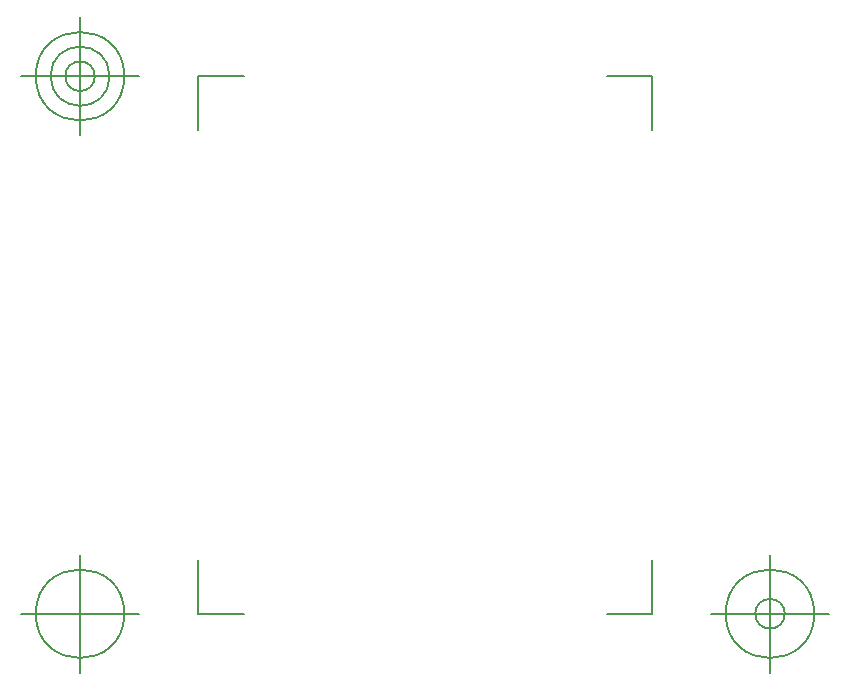
<source format=gbr>
G04 Generated by Ultiboard 14.1 *
%FSLAX34Y34*%
%MOMM*%

%ADD10C,0.0001*%
%ADD11C,0.1270*%


G04 ColorRGB CBCBCB for the following layer *
%LNMechanical 1*%
%LPD*%
G54D10*
G54D11*
X71305Y-11446D02*
X71305Y34063D01*
X71305Y-11446D02*
X109720Y-11446D01*
X455459Y-11446D02*
X417043Y-11446D01*
X455459Y-11446D02*
X455459Y34063D01*
X455459Y443652D02*
X455459Y398143D01*
X455459Y443652D02*
X417043Y443652D01*
X71305Y443652D02*
X109720Y443652D01*
X71305Y443652D02*
X71305Y398143D01*
X21305Y-11446D02*
X-78695Y-11446D01*
X-28695Y-61446D02*
X-28695Y38554D01*
X-66195Y-11446D02*
G75*
D01*
G02X-66195Y-11446I37500J0*
G01*
X505459Y-11446D02*
X605459Y-11446D01*
X555459Y-61446D02*
X555459Y38554D01*
X517959Y-11446D02*
G75*
D01*
G02X517959Y-11446I37500J0*
G01*
X542959Y-11446D02*
G75*
D01*
G02X542959Y-11446I12500J0*
G01*
X21305Y443652D02*
X-78695Y443652D01*
X-28695Y393652D02*
X-28695Y493652D01*
X-66195Y443652D02*
G75*
D01*
G02X-66195Y443652I37500J0*
G01*
X-53695Y443652D02*
G75*
D01*
G02X-53695Y443652I25000J0*
G01*
X-41195Y443652D02*
G75*
D01*
G02X-41195Y443652I12500J0*
G01*

M02*

</source>
